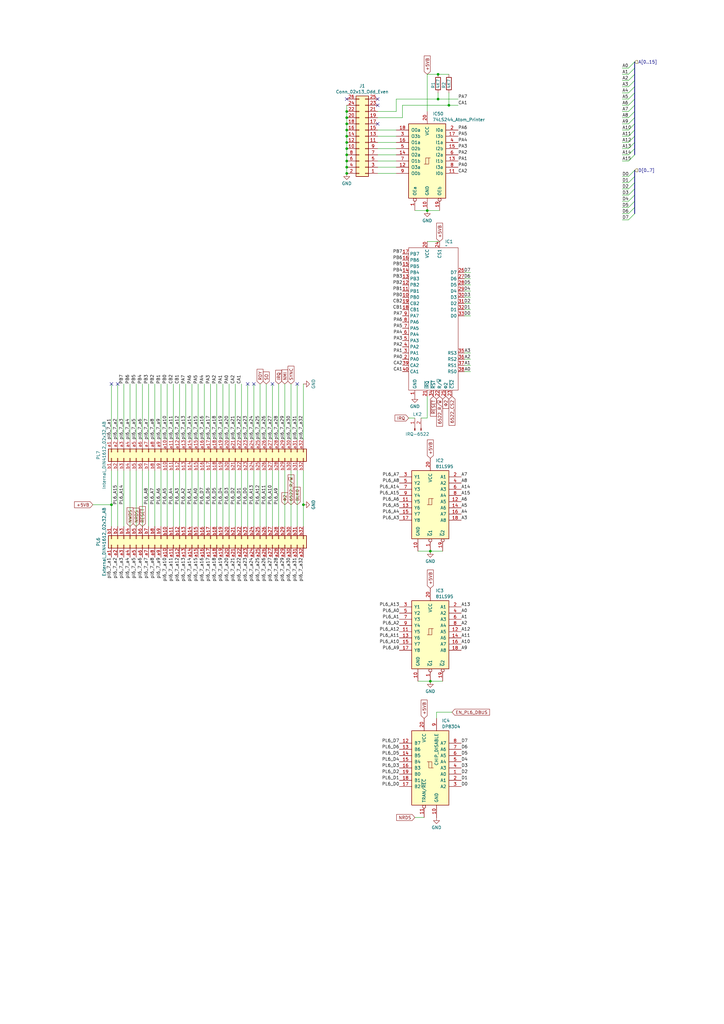
<source format=kicad_sch>
(kicad_sch (version 20231120) (generator "eeschema") (generator_version "8.0")
  (paper "A3" portrait)
  (lib_symbols
    (symbol "Connector:Conn_01x02_Pin" (pin_names (offset 1.016) hide)
      (property "Reference" "J" (at 0 2.54 0))
      (property "Value" "Conn_01x02_Pin" (at 0 -5.08 0))
      (symbol "Conn_01x02_Pin_1_1"
        (pin passive line (at 5.08 0 180) (length 3.81) (name "Pin_1") (number "1"))
        (pin passive line (at 5.08 -2.54 180) (length 3.81) (name "Pin_2") (number "2"))
      )
    )
    (symbol "Connector:DIN41612_02x32_AB" (pin_names (offset 1.016) hide)
      (property "Reference" "J" (at 1.27 40.64 0))
      (property "Value" "DIN41612_02x32_AB" (at 1.27 -43.18 0))
      (symbol "DIN41612_02x32_AB_1_1"
        (pin passive line (at -5.08 38.1 0) (length 3.81) (name "Pin_a1") (number "a1"))
        (pin passive line (at -5.08 15.24 0) (length 3.81) (name "Pin_a10") (number "a10"))
        (pin passive line (at -5.08 12.7 0) (length 3.81) (name "Pin_a11") (number "a11"))
        (pin passive line (at -5.08 10.16 0) (length 3.81) (name "Pin_a12") (number "a12"))
        (pin passive line (at -5.08 7.62 0) (length 3.81) (name "Pin_a13") (number "a13"))
        (pin passive line (at -5.08 5.08 0) (length 3.81) (name "Pin_a14") (number "a14"))
        (pin passive line (at -5.08 2.54 0) (length 3.81) (name "Pin_a15") (number "a15"))
        (pin passive line (at -5.08 0 0) (length 3.81) (name "Pin_a16") (number "a16"))
        (pin passive line (at -5.08 -2.54 0) (length 3.81) (name "Pin_a17") (number "a17"))
        (pin passive line (at -5.08 -5.08 0) (length 3.81) (name "Pin_a18") (number "a18"))
        (pin passive line (at -5.08 -7.62 0) (length 3.81) (name "Pin_a19") (number "a19"))
        (pin passive line (at -5.08 35.56 0) (length 3.81) (name "Pin_a2") (number "a2"))
        (pin passive line (at -5.08 -10.16 0) (length 3.81) (name "Pin_a20") (number "a20"))
        (pin passive line (at -5.08 -12.7 0) (length 3.81) (name "Pin_a21") (number "a21"))
        (pin passive line (at -5.08 -15.24 0) (length 3.81) (name "Pin_a22") (number "a22"))
        (pin passive line (at -5.08 -17.78 0) (length 3.81) (name "Pin_a23") (number "a23"))
        (pin passive line (at -5.08 -20.32 0) (length 3.81) (name "Pin_a24") (number "a24"))
        (pin passive line (at -5.08 -22.86 0) (length 3.81) (name "Pin_a25") (number "a25"))
        (pin passive line (at -5.08 -25.4 0) (length 3.81) (name "Pin_a26") (number "a26"))
        (pin passive line (at -5.08 -27.94 0) (length 3.81) (name "Pin_a27") (number "a27"))
        (pin passive line (at -5.08 -30.48 0) (length 3.81) (name "Pin_a28") (number "a28"))
        (pin passive line (at -5.08 -33.02 0) (length 3.81) (name "Pin_a29") (number "a29"))
        (pin passive line (at -5.08 33.02 0) (length 3.81) (name "Pin_a3") (number "a3"))
        (pin passive line (at -5.08 -35.56 0) (length 3.81) (name "Pin_a30") (number "a30"))
        (pin passive line (at -5.08 -38.1 0) (length 3.81) (name "Pin_a31") (number "a31"))
        (pin passive line (at -5.08 -40.64 0) (length 3.81) (name "Pin_a32") (number "a32"))
        (pin passive line (at -5.08 30.48 0) (length 3.81) (name "Pin_a4") (number "a4"))
        (pin passive line (at -5.08 27.94 0) (length 3.81) (name "Pin_a5") (number "a5"))
        (pin passive line (at -5.08 25.4 0) (length 3.81) (name "Pin_a6") (number "a6"))
        (pin passive line (at -5.08 22.86 0) (length 3.81) (name "Pin_a7") (number "a7"))
        (pin passive line (at -5.08 20.32 0) (length 3.81) (name "Pin_a8") (number "a8"))
        (pin passive line (at -5.08 17.78 0) (length 3.81) (name "Pin_a9") (number "a9"))
        (pin passive line (at 7.62 38.1 180) (length 3.81) (name "Pin_b1") (number "b1"))
        (pin passive line (at 7.62 15.24 180) (length 3.81) (name "Pin_b10") (number "b10"))
        (pin passive line (at 7.62 12.7 180) (length 3.81) (name "Pin_b11") (number "b11"))
        (pin passive line (at 7.62 10.16 180) (length 3.81) (name "Pin_b12") (number "b12"))
        (pin passive line (at 7.62 7.62 180) (length 3.81) (name "Pin_b13") (number "b13"))
        (pin passive line (at 7.62 5.08 180) (length 3.81) (name "Pin_b14") (number "b14"))
        (pin passive line (at 7.62 2.54 180) (length 3.81) (name "Pin_b15") (number "b15"))
        (pin passive line (at 7.62 0 180) (length 3.81) (name "Pin_b16") (number "b16"))
        (pin passive line (at 7.62 -2.54 180) (length 3.81) (name "Pin_b17") (number "b17"))
        (pin passive line (at 7.62 -5.08 180) (length 3.81) (name "Pin_b18") (number "b18"))
        (pin passive line (at 7.62 -7.62 180) (length 3.81) (name "Pin_b19") (number "b19"))
        (pin passive line (at 7.62 35.56 180) (length 3.81) (name "Pin_b2") (number "b2"))
        (pin passive line (at 7.62 -10.16 180) (length 3.81) (name "Pin_b20") (number "b20"))
        (pin passive line (at 7.62 -12.7 180) (length 3.81) (name "Pin_b21") (number "b21"))
        (pin passive line (at 7.62 -15.24 180) (length 3.81) (name "Pin_b22") (number "b22"))
        (pin passive line (at 7.62 -17.78 180) (length 3.81) (name "Pin_b23") (number "b23"))
        (pin passive line (at 7.62 -20.32 180) (length 3.81) (name "Pin_b24") (number "b24"))
        (pin passive line (at 7.62 -22.86 180) (length 3.81) (name "Pin_b25") (number "b25"))
        (pin passive line (at 7.62 -25.4 180) (length 3.81) (name "Pin_b26") (number "b26"))
        (pin passive line (at 7.62 -27.94 180) (length 3.81) (name "Pin_b27") (number "b27"))
        (pin passive line (at 7.62 -30.48 180) (length 3.81) (name "Pin_b28") (number "b28"))
        (pin passive line (at 7.62 -33.02 180) (length 3.81) (name "Pin_b29") (number "b29"))
        (pin passive line (at 7.62 33.02 180) (length 3.81) (name "Pin_b3") (number "b3"))
        (pin passive line (at 7.62 -35.56 180) (length 3.81) (name "Pin_b30") (number "b30"))
        (pin passive line (at 7.62 -38.1 180) (length 3.81) (name "Pin_b31") (number "b31"))
        (pin passive line (at 7.62 -40.64 180) (length 3.81) (name "Pin_b32") (number "b32"))
        (pin passive line (at 7.62 30.48 180) (length 3.81) (name "Pin_b4") (number "b4"))
        (pin passive line (at 7.62 27.94 180) (length 3.81) (name "Pin_b5") (number "b5"))
        (pin passive line (at 7.62 25.4 180) (length 3.81) (name "Pin_b6") (number "b6"))
        (pin passive line (at 7.62 22.86 180) (length 3.81) (name "Pin_b7") (number "b7"))
        (pin passive line (at 7.62 20.32 180) (length 3.81) (name "Pin_b8") (number "b8"))
        (pin passive line (at 7.62 17.78 180) (length 3.81) (name "Pin_b9") (number "b9"))
      )
    )
    (symbol "Connector_Generic:Conn_02x13_Odd_Even" (pin_names (offset 1.016) hide)
      (property "Reference" "J" (at 1.27 17.78 0))
      (property "Value" "Conn_02x13_Odd_Even" (at 1.27 -17.78 0))
      (symbol "Conn_02x13_Odd_Even_1_1"
        (pin passive line (at -5.08 15.24 0) (length 3.81) (name "Pin_1") (number "1"))
        (pin passive line (at 7.62 5.08 180) (length 3.81) (name "Pin_10") (number "10"))
        (pin passive line (at -5.08 2.54 0) (length 3.81) (name "Pin_11") (number "11"))
        (pin passive line (at 7.62 2.54 180) (length 3.81) (name "Pin_12") (number "12"))
        (pin passive line (at -5.08 0 0) (length 3.81) (name "Pin_13") (number "13"))
        (pin passive line (at 7.62 0 180) (length 3.81) (name "Pin_14") (number "14"))
        (pin passive line (at -5.08 -2.54 0) (length 3.81) (name "Pin_15") (number "15"))
        (pin passive line (at 7.62 -2.54 180) (length 3.81) (name "Pin_16") (number "16"))
        (pin passive line (at -5.08 -5.08 0) (length 3.81) (name "Pin_17") (number "17"))
        (pin passive line (at 7.62 -5.08 180) (length 3.81) (name "Pin_18") (number "18"))
        (pin passive line (at -5.08 -7.62 0) (length 3.81) (name "Pin_19") (number "19"))
        (pin passive line (at 7.62 15.24 180) (length 3.81) (name "Pin_2") (number "2"))
        (pin passive line (at 7.62 -7.62 180) (length 3.81) (name "Pin_20") (number "20"))
        (pin passive line (at -5.08 -10.16 0) (length 3.81) (name "Pin_21") (number "21"))
        (pin passive line (at 7.62 -10.16 180) (length 3.81) (name "Pin_22") (number "22"))
        (pin passive line (at -5.08 -12.7 0) (length 3.81) (name "Pin_23") (number "23"))
        (pin passive line (at 7.62 -12.7 180) (length 3.81) (name "Pin_24") (number "24"))
        (pin passive line (at -5.08 -15.24 0) (length 3.81) (name "Pin_25") (number "25"))
        (pin passive line (at 7.62 -15.24 180) (length 3.81) (name "Pin_26") (number "26"))
        (pin passive line (at -5.08 12.7 0) (length 3.81) (name "Pin_3") (number "3"))
        (pin passive line (at 7.62 12.7 180) (length 3.81) (name "Pin_4") (number "4"))
        (pin passive line (at -5.08 10.16 0) (length 3.81) (name "Pin_5") (number "5"))
        (pin passive line (at 7.62 10.16 180) (length 3.81) (name "Pin_6") (number "6"))
        (pin passive line (at -5.08 7.62 0) (length 3.81) (name "Pin_7") (number "7"))
        (pin passive line (at 7.62 7.62 180) (length 3.81) (name "Pin_8") (number "8"))
        (pin passive line (at -5.08 5.08 0) (length 3.81) (name "Pin_9") (number "9"))
      )
    )
    (symbol "Device:R" (pin_numbers hide) (pin_names (offset 0))
      (property "Reference" "R" (at 2.032 0 90))
      (property "Value" "R" (at 0 0 90))
      (symbol "R_1_1"
        (pin passive line (at 0 3.81 270) (length 1.27) (name "~") (number "1"))
        (pin passive line (at 0 -3.81 90) (length 1.27) (name "~") (number "2"))
      )
    )
    (symbol "John Atom Components:6522_Atom"
      (property "Reference" "IC" (at 0 0 0))
      (symbol "6522_Atom_1_1"
        (pin power_in line (at -7.62 -35.56 90) (length 2.54) (name "GND") (number "1"))
        (pin bidirectional line (at -12.7 5.08 0) (length 2.54) (name "PB0") (number "10"))
        (pin bidirectional line (at -12.7 7.62 0) (length 2.54) (name "PB1") (number "11"))
        (pin bidirectional line (at -12.7 10.16 0) (length 2.54) (name "PB2") (number "12"))
        (pin bidirectional line (at -12.7 12.7 0) (length 2.54) (name "PB3") (number "13"))
        (pin bidirectional line (at -12.7 15.24 0) (length 2.54) (name "PB4") (number "14"))
        (pin bidirectional line (at -12.7 17.78 0) (length 2.54) (name "PB5") (number "15"))
        (pin bidirectional line (at -12.7 20.32 0) (length 2.54) (name "PB6") (number "16"))
        (pin bidirectional line (at -12.7 22.86 0) (length 2.54) (name "PB7") (number "17"))
        (pin bidirectional line (at -12.7 0 0) (length 2.54) (name "CB1") (number "18"))
        (pin bidirectional line (at -12.7 2.54 0) (length 2.54) (name "CB2") (number "19"))
        (pin bidirectional line (at -12.7 -20.32 0) (length 2.54) (name "PA0") (number "2"))
        (pin power_in line (at -2.54 27.94 270) (length 2.54) (name "VCC") (number "20"))
        (pin input line (at -2.54 -35.56 90) (length 2.54) (name "~{IRQ}") (number "21"))
        (pin input line (at 2.54 -35.56 90) (length 2.54) (name "R/~{W}") (number "22"))
        (pin input line (at 7.62 -35.56 90) (length 2.54) (name "~{CS2}") (number "23"))
        (pin power_in line (at 2.54 27.94 270) (length 2.54) (name "CS1") (number "24"))
        (pin input line (at 5.08 -35.56 90) (length 2.54) (name "Φ2") (number "25"))
        (pin bidirectional line (at 12.7 15.24 180) (length 2.54) (name "D7") (number "26"))
        (pin bidirectional line (at 12.7 12.7 180) (length 2.54) (name "D6") (number "27"))
        (pin bidirectional line (at 12.7 10.16 180) (length 2.54) (name "D5") (number "28"))
        (pin bidirectional line (at 12.7 7.62 180) (length 2.54) (name "D4") (number "29"))
        (pin bidirectional line (at -12.7 -17.78 0) (length 2.54) (name "PA1") (number "3"))
        (pin bidirectional line (at 12.7 5.08 180) (length 2.54) (name "D3") (number "30"))
        (pin bidirectional line (at 12.7 2.54 180) (length 2.54) (name "D2") (number "31"))
        (pin bidirectional line (at 12.7 0 180) (length 2.54) (name "D1") (number "32"))
        (pin bidirectional line (at 12.7 -2.54 180) (length 2.54) (name "D0") (number "33"))
        (pin input line (at 0 -35.56 90) (length 2.54) (name "~{RST}") (number "34"))
        (pin input line (at 12.7 -17.78 180) (length 2.54) (name "RS3") (number "35"))
        (pin input line (at 12.7 -20.32 180) (length 2.54) (name "RS2") (number "36"))
        (pin input line (at 12.7 -22.86 180) (length 2.54) (name "RS1") (number "37"))
        (pin input line (at 12.7 -25.4 180) (length 2.54) (name "RS0") (number "38"))
        (pin bidirectional line (at -12.7 -22.86 0) (length 2.54) (name "CA2") (number "39"))
        (pin bidirectional line (at -12.7 -15.24 0) (length 2.54) (name "PA2") (number "4"))
        (pin bidirectional line (at -12.7 -25.4 0) (length 2.54) (name "CA1") (number "40"))
        (pin bidirectional line (at -12.7 -12.7 0) (length 2.54) (name "PA3") (number "5"))
        (pin bidirectional line (at -12.7 -10.16 0) (length 2.54) (name "PA4") (number "6"))
        (pin bidirectional line (at -12.7 -7.62 0) (length 2.54) (name "PA5") (number "7"))
        (pin bidirectional line (at -12.7 -5.08 0) (length 2.54) (name "PA6") (number "8"))
        (pin bidirectional line (at -12.7 -2.54 0) (length 2.54) (name "PA7") (number "9"))
      )
    )
    (symbol "John Atom Components:74LS244_Atom_Printer" (pin_names (offset 1.016))
      (property "Reference" "IC" (at 0 5.08 0))
      (property "Value" "74LS244_Atom_Printer" (at 0 -7.62 0))
      (symbol "74LS244_Atom_Printer_1_0"
        (pin input inverted (at -5.08 -20.32 90) (length 5.08) (name "OEa") (number "1"))
        (pin power_in line (at 0 -20.32 90) (length 5.08) (name "GND") (number "10"))
        (pin input line (at 12.7 -5.08 180) (length 5.08) (name "I0b") (number "11"))
        (pin tri_state line (at -12.7 -2.54 0) (length 5.08) (name "O3a") (number "12"))
        (pin input line (at 12.7 0 180) (length 5.08) (name "I1b") (number "13"))
        (pin tri_state line (at -12.7 2.54 0) (length 5.08) (name "O2a") (number "14"))
        (pin input line (at 12.7 5.08 180) (length 5.08) (name "I2b") (number "15"))
        (pin tri_state line (at -12.7 7.62 0) (length 5.08) (name "O1a") (number "16"))
        (pin input line (at 12.7 10.16 180) (length 5.08) (name "I3b") (number "17"))
        (pin tri_state line (at -12.7 12.7 0) (length 5.08) (name "O0a") (number "18"))
        (pin input inverted (at 5.08 -20.32 90) (length 5.08) (name "OEb") (number "19"))
        (pin input line (at 12.7 12.7 180) (length 5.08) (name "I0a") (number "2"))
        (pin power_in line (at 0 20.32 270) (length 5.08) (name "VCC") (number "20"))
        (pin tri_state line (at -12.7 10.16 0) (length 5.08) (name "O3b") (number "3"))
        (pin input line (at 12.7 7.62 180) (length 5.08) (name "I1a") (number "4"))
        (pin tri_state line (at -12.7 5.08 0) (length 5.08) (name "O2b") (number "5"))
        (pin input line (at 12.7 2.54 180) (length 5.08) (name "I2a") (number "6"))
        (pin tri_state line (at -12.7 0 0) (length 5.08) (name "O1b") (number "7"))
        (pin input line (at 12.7 -2.54 180) (length 5.08) (name "I3a") (number "8"))
        (pin tri_state line (at -12.7 -5.08 0) (length 5.08) (name "O0b") (number "9"))
      )
    )
    (symbol "John Atom Components:81LS95_Ports" (pin_names (offset 1.016))
      (property "Reference" "U" (at -25.4 39.37 0))
      (property "Value" "81LS95" (at 0 -3.81 0))
      (symbol "81LS95_Ports_1_0"
        (pin input inverted (at 0 -20.32 90) (length 5.08) (name "~{G}1") (number "1"))
        (pin power_in line (at -5.08 -20.32 90) (length 5.08) (name "GND") (number "10"))
        (pin tri_state line (at -12.7 0 0) (length 5.08) (name "Y5") (number "11"))
        (pin input line (at 12.7 0 180) (length 5.08) (name "A5") (number "12"))
        (pin tri_state line (at -12.7 -2.54 0) (length 5.08) (name "Y6") (number "13"))
        (pin input line (at 12.7 -2.54 180) (length 5.08) (name "A6") (number "14"))
        (pin tri_state line (at -12.7 -5.08 0) (length 5.08) (name "Y7") (number "15"))
        (pin input line (at 12.7 -5.08 180) (length 5.08) (name "A7") (number "16"))
        (pin tri_state line (at -12.7 -7.62 0) (length 5.08) (name "Y8") (number "17"))
        (pin input line (at 12.7 -7.62 180) (length 5.08) (name "A8") (number "18"))
        (pin input inverted (at 5.08 -20.32 90) (length 5.08) (name "~{G}2") (number "19"))
        (pin input line (at 12.7 10.16 180) (length 5.08) (name "A1") (number "2"))
        (pin power_in line (at 0 17.78 270) (length 5.08) (name "VCC") (number "20"))
        (pin tri_state line (at -12.7 10.16 0) (length 5.08) (name "Y1") (number "3"))
        (pin input line (at 12.7 7.62 180) (length 5.08) (name "A2") (number "4"))
        (pin tri_state line (at -12.7 7.62 0) (length 5.08) (name "Y2") (number "5"))
        (pin input line (at 12.7 5.08 180) (length 5.08) (name "A3") (number "6"))
        (pin tri_state line (at -12.7 5.08 0) (length 5.08) (name "Y3") (number "7"))
        (pin input line (at 12.7 2.54 180) (length 5.08) (name "A4") (number "8"))
        (pin tri_state line (at -12.7 2.54 0) (length 5.08) (name "Y4") (number "9"))
      )
    )
    (symbol "John Atom Components:DP8304_(Ports)" (pin_names (offset 1.016))
      (property "Reference" "IC" (at -2.54 5.08 0))
      (property "Value" "DP8304" (at 0 -2.54 0))
      (symbol "DP8304_(Ports)_1_0"
        (pin tri_state line (at 12.7 -2.54 180) (length 5.08) (name "A0") (number "1"))
        (pin power_in line (at 2.54 -20.32 90) (length 5.08) (name "GND") (number "10"))
        (pin input inverted (at -2.54 -20.32 90) (length 5.08) (name "TRAN/~{REC}") (number "11"))
        (pin tri_state line (at -12.7 10.16 0) (length 5.08) (name "B7") (number "12"))
        (pin tri_state line (at -12.7 7.62 0) (length 5.08) (name "B6") (number "13"))
        (pin tri_state line (at -12.7 5.08 0) (length 5.08) (name "B5") (number "14"))
        (pin tri_state line (at -12.7 2.54 0) (length 5.08) (name "B4") (number "15"))
        (pin tri_state line (at -12.7 0 0) (length 5.08) (name "B3") (number "16"))
        (pin tri_state line (at -12.7 -7.62 0) (length 5.08) (name "B2") (number "17"))
        (pin tri_state line (at -12.7 -5.08 0) (length 5.08) (name "B1") (number "18"))
        (pin tri_state line (at -12.7 -2.54 0) (length 5.08) (name "B0") (number "19"))
        (pin tri_state line (at 12.7 -5.08 180) (length 5.08) (name "A1") (number "2"))
        (pin power_in line (at -2.54 20.32 270) (length 5.08) (name "VCC") (number "20"))
        (pin tri_state line (at 12.7 -7.62 180) (length 5.08) (name "A2") (number "3"))
        (pin tri_state line (at 12.7 0 180) (length 5.08) (name "A3") (number "4"))
        (pin tri_state line (at 12.7 2.54 180) (length 5.08) (name "A4") (number "5"))
        (pin tri_state line (at 12.7 5.08 180) (length 5.08) (name "A5") (number "6"))
        (pin tri_state line (at 12.7 7.62 180) (length 5.08) (name "A6") (number "7"))
        (pin tri_state line (at 12.7 10.16 180) (length 5.08) (name "A7") (number "8"))
        (pin input line (at 2.54 20.32 270) (length 5.08) (name "CHIP_DISABLE") (number "9"))
      )
    )
    (symbol "power:GND" (power) (pin_numbers hide) (pin_names (offset 0) hide)
      (property "Value" "GND" (at 0 -3.81 0))
      (symbol "GND_1_1"
        (pin power_in line (at 0 0 270) (length 0) (name "~") (number "1"))
      )
    )
  )
  (junction (at 142.24 55.88))
  (junction (at 142.24 48.26))
  (junction (at 142.24 71.12))
  (junction (at 179.705 30.48))
  (junction (at 142.24 53.34))
  (junction (at 142.24 45.72))
  (junction (at 184.15 43.18))
  (junction (at 142.24 63.5))
  (junction (at 179.705 40.64))
  (junction (at 175.26 86.36))
  (junction (at 142.24 68.58))
  (junction (at 176.53 226.06))
  (junction (at 176.53 279.4))
  (junction (at 142.24 58.42))
  (junction (at 142.24 50.8))
  (junction (at 142.24 60.96))
  (junction (at 142.24 66.04))
  (junction (at 124.46 207.01))
  (junction (at 45.72 207.01))
  (no_connect (at 48.26 157.48))
  (no_connect (at 111.76 157.48))
  (no_connect (at 154.94 40.64))
  (no_connect (at 104.14 157.48))
  (no_connect (at 121.92 157.48))
  (no_connect (at 45.72 157.48))
  (no_connect (at 142.24 40.64))
  (no_connect (at 101.6 157.48))
  (no_connect (at 154.94 50.8))
  (no_connect (at 154.94 43.18))
  (bus_entry (at 260.35 60.96) (size -2.54 2.54))
  (bus_entry (at 260.35 48.26) (size -2.54 2.54))
  (bus_entry (at 260.35 77.47) (size -2.54 2.54))
  (bus_entry (at 260.35 82.55) (size -2.54 2.54))
  (bus_entry (at 260.35 45.72) (size -2.54 2.54))
  (bus_entry (at 260.35 27.94) (size -2.54 2.54))
  (bus_entry (at 260.35 50.8) (size -2.54 2.54))
  (bus_entry (at 260.35 69.85) (size -2.54 2.54))
  (bus_entry (at 260.35 72.39) (size -2.54 2.54))
  (bus_entry (at 260.35 85.09) (size -2.54 2.54))
  (bus_entry (at 260.35 55.88) (size -2.54 2.54))
  (bus_entry (at 260.35 53.34) (size -2.54 2.54))
  (bus_entry (at 260.35 80.01) (size -2.54 2.54))
  (bus_entry (at 260.35 25.4) (size -2.54 2.54))
  (bus_entry (at 260.35 30.48) (size -2.54 2.54))
  (bus_entry (at 260.35 63.5) (size -2.54 2.54))
  (bus_entry (at 260.35 43.18) (size -2.54 2.54))
  (bus_entry (at 260.35 38.1) (size -2.54 2.54))
  (bus_entry (at 260.35 40.64) (size -2.54 2.54))
  (bus_entry (at 260.35 87.63) (size -2.54 2.54))
  (bus_entry (at 260.35 58.42) (size -2.54 2.54))
  (bus_entry (at 260.35 74.93) (size -2.54 2.54))
  (bus_entry (at 260.35 35.56) (size -2.54 2.54))
  (bus_entry (at 260.35 33.02) (size -2.54 2.54))
  (wire (pts (xy 93.98 180.34) (xy 93.98 157.48)))
  (wire (pts (xy 73.66 215.9) (xy 73.66 193.04)))
  (wire (pts (xy 124.46 180.34) (xy 124.46 157.48)))
  (wire (pts (xy 154.94 63.5) (xy 162.56 63.5)))
  (wire (pts (xy 121.92 215.9) (xy 121.92 193.04)))
  (wire (pts (xy 171.45 279.4) (xy 176.53 279.4)))
  (wire (pts (xy 179.705 30.48) (xy 184.15 30.48)))
  (wire (pts (xy 142.24 48.26) (xy 142.24 50.8)))
  (wire (pts (xy 63.5 180.34) (xy 63.5 157.48)))
  (wire (pts (xy 124.46 215.9) (xy 124.46 207.01)))
  (wire (pts (xy 142.24 45.72) (xy 142.24 48.26)))
  (wire (pts (xy 93.98 215.9) (xy 93.98 193.04)))
  (wire (pts (xy 257.81 90.17) (xy 255.27 90.17)))
  (wire (pts (xy 190.5 149.86) (xy 193.04 149.86)))
  (wire (pts (xy 154.94 58.42) (xy 162.56 58.42)))
  (wire (pts (xy 71.12 180.34) (xy 71.12 157.48)))
  (bus (pts (xy 260.35 43.18) (xy 260.35 40.64)))
  (wire (pts (xy 172.72 171.45) (xy 175.26 171.45)))
  (wire (pts (xy 190.5 127) (xy 193.04 127)))
  (wire (pts (xy 257.81 45.72) (xy 255.27 45.72)))
  (wire (pts (xy 179.07 292.1) (xy 185.42 292.1)))
  (wire (pts (xy 257.81 43.18) (xy 255.27 43.18)))
  (wire (pts (xy 91.44 215.9) (xy 91.44 193.04)))
  (wire (pts (xy 179.705 40.64) (xy 187.96 40.64)))
  (wire (pts (xy 165.1 48.26) (xy 165.1 43.18)))
  (wire (pts (xy 257.81 35.56) (xy 255.27 35.56)))
  (wire (pts (xy 142.24 50.8) (xy 142.24 53.34)))
  (wire (pts (xy 66.04 180.34) (xy 66.04 157.48)))
  (bus (pts (xy 260.35 30.48) (xy 260.35 27.94)))
  (wire (pts (xy 60.96 180.34) (xy 60.96 157.48)))
  (wire (pts (xy 114.3 180.34) (xy 114.3 157.48)))
  (wire (pts (xy 154.94 66.04) (xy 162.56 66.04)))
  (wire (pts (xy 257.81 38.1) (xy 255.27 38.1)))
  (wire (pts (xy 88.9 215.9) (xy 88.9 193.04)))
  (wire (pts (xy 121.92 180.34) (xy 121.92 157.48)))
  (wire (pts (xy 101.6 180.34) (xy 101.6 157.48)))
  (wire (pts (xy 154.94 55.88) (xy 162.56 55.88)))
  (wire (pts (xy 257.81 58.42) (xy 255.27 58.42)))
  (bus (pts (xy 260.35 45.72) (xy 260.35 43.18)))
  (wire (pts (xy 190.5 124.46) (xy 193.04 124.46)))
  (wire (pts (xy 114.3 215.9) (xy 114.3 193.04)))
  (wire (pts (xy 142.24 66.04) (xy 142.24 68.58)))
  (wire (pts (xy 184.15 43.18) (xy 187.96 43.18)))
  (wire (pts (xy 106.68 180.34) (xy 106.68 157.48)))
  (wire (pts (xy 111.76 180.34) (xy 111.76 157.48)))
  (wire (pts (xy 257.81 82.55) (xy 255.27 82.55)))
  (wire (pts (xy 78.74 180.34) (xy 78.74 157.48)))
  (wire (pts (xy 190.5 114.3) (xy 193.04 114.3)))
  (wire (pts (xy 179.705 30.48) (xy 175.26 30.48)))
  (wire (pts (xy 154.94 45.72) (xy 162.56 45.72)))
  (wire (pts (xy 101.6 215.9) (xy 101.6 193.04)))
  (bus (pts (xy 260.35 85.09) (xy 260.35 82.55)))
  (wire (pts (xy 81.28 215.9) (xy 81.28 193.04)))
  (wire (pts (xy 119.38 215.9) (xy 119.38 193.04)))
  (wire (pts (xy 154.94 68.58) (xy 162.56 68.58)))
  (wire (pts (xy 78.74 215.9) (xy 78.74 193.04)))
  (wire (pts (xy 38.1 207.01) (xy 45.72 207.01)))
  (wire (pts (xy 83.82 215.9) (xy 83.82 193.04)))
  (wire (pts (xy 190.5 121.92) (xy 193.04 121.92)))
  (bus (pts (xy 260.35 35.56) (xy 260.35 33.02)))
  (wire (pts (xy 50.8 180.34) (xy 50.8 157.48)))
  (bus (pts (xy 260.35 38.1) (xy 260.35 35.56)))
  (bus (pts (xy 260.35 33.02) (xy 260.35 30.48)))
  (wire (pts (xy 119.38 180.34) (xy 119.38 157.48)))
  (wire (pts (xy 142.24 63.5) (xy 142.24 66.04)))
  (bus (pts (xy 260.35 53.34) (xy 260.35 50.8)))
  (bus (pts (xy 260.35 74.93) (xy 260.35 72.39)))
  (wire (pts (xy 45.72 207.01) (xy 45.72 193.04)))
  (bus (pts (xy 260.35 87.63) (xy 260.35 85.09)))
  (bus (pts (xy 260.35 50.8) (xy 260.35 48.26)))
  (wire (pts (xy 257.81 50.8) (xy 255.27 50.8)))
  (wire (pts (xy 106.68 215.9) (xy 106.68 193.04)))
  (wire (pts (xy 81.28 180.34) (xy 81.28 157.48)))
  (wire (pts (xy 86.36 215.9) (xy 86.36 193.04)))
  (wire (pts (xy 142.24 68.58) (xy 142.24 71.12)))
  (wire (pts (xy 48.26 215.9) (xy 48.26 193.04)))
  (wire (pts (xy 257.81 48.26) (xy 255.27 48.26)))
  (wire (pts (xy 176.53 279.4) (xy 181.61 279.4)))
  (wire (pts (xy 171.45 226.06) (xy 176.53 226.06)))
  (wire (pts (xy 55.88 215.9) (xy 55.88 193.04)))
  (wire (pts (xy 257.81 55.88) (xy 255.27 55.88)))
  (wire (pts (xy 86.36 180.34) (xy 86.36 157.48)))
  (wire (pts (xy 154.94 60.96) (xy 162.56 60.96)))
  (wire (pts (xy 176.53 226.06) (xy 181.61 226.06)))
  (bus (pts (xy 260.35 72.39) (xy 260.35 69.85)))
  (wire (pts (xy 109.22 180.34) (xy 109.22 157.48)))
  (wire (pts (xy 257.81 63.5) (xy 255.27 63.5)))
  (wire (pts (xy 111.76 215.9) (xy 111.76 193.04)))
  (wire (pts (xy 142.24 53.34) (xy 142.24 55.88)))
  (wire (pts (xy 154.94 48.26) (xy 165.1 48.26)))
  (wire (pts (xy 154.94 53.34) (xy 162.56 53.34)))
  (wire (pts (xy 190.5 152.4) (xy 193.04 152.4)))
  (wire (pts (xy 66.04 215.9) (xy 66.04 193.04)))
  (bus (pts (xy 260.35 27.94) (xy 260.35 25.4)))
  (wire (pts (xy 96.52 215.9) (xy 96.52 193.04)))
  (bus (pts (xy 260.35 40.64) (xy 260.35 38.1)))
  (wire (pts (xy 142.24 60.96) (xy 142.24 63.5)))
  (wire (pts (xy 257.81 33.02) (xy 255.27 33.02)))
  (wire (pts (xy 116.84 180.34) (xy 116.84 157.48)))
  (wire (pts (xy 184.15 38.1) (xy 184.15 43.18)))
  (wire (pts (xy 257.81 77.47) (xy 255.27 77.47)))
  (wire (pts (xy 116.84 215.9) (xy 116.84 193.04)))
  (wire (pts (xy 76.2 215.9) (xy 76.2 193.04)))
  (bus (pts (xy 260.35 77.47) (xy 260.35 74.93)))
  (wire (pts (xy 257.81 40.64) (xy 255.27 40.64)))
  (bus (pts (xy 260.35 60.96) (xy 260.35 58.42)))
  (wire (pts (xy 165.1 43.18) (xy 184.15 43.18)))
  (wire (pts (xy 63.5 215.9) (xy 63.5 193.04)))
  (wire (pts (xy 179.705 38.1) (xy 179.705 40.64)))
  (wire (pts (xy 104.14 180.34) (xy 104.14 157.48)))
  (wire (pts (xy 60.96 215.9) (xy 60.96 193.04)))
  (wire (pts (xy 50.8 215.9) (xy 50.8 193.04)))
  (wire (pts (xy 190.5 147.32) (xy 193.04 147.32)))
  (wire (pts (xy 190.5 119.38) (xy 193.04 119.38)))
  (wire (pts (xy 142.24 43.18) (xy 142.24 45.72)))
  (wire (pts (xy 48.26 180.34) (xy 48.26 157.48)))
  (wire (pts (xy 142.24 58.42) (xy 142.24 60.96)))
  (wire (pts (xy 179.07 294.64) (xy 179.07 292.1)))
  (wire (pts (xy 170.18 86.36) (xy 175.26 86.36)))
  (wire (pts (xy 45.72 180.34) (xy 45.72 157.48)))
  (bus (pts (xy 260.35 82.55) (xy 260.35 80.01)))
  (wire (pts (xy 257.81 53.34) (xy 255.27 53.34)))
  (bus (pts (xy 260.35 80.01) (xy 260.35 77.47)))
  (wire (pts (xy 257.81 66.04) (xy 255.27 66.04)))
  (wire (pts (xy 257.81 80.01) (xy 255.27 80.01)))
  (wire (pts (xy 53.34 215.9) (xy 53.34 193.04)))
  (wire (pts (xy 73.66 180.34) (xy 73.66 157.48)))
  (wire (pts (xy 109.22 215.9) (xy 109.22 193.04)))
  (wire (pts (xy 257.81 27.94) (xy 255.27 27.94)))
  (wire (pts (xy 175.26 30.48) (xy 175.26 45.72)))
  (wire (pts (xy 257.81 30.48) (xy 255.27 30.48)))
  (wire (pts (xy 55.88 180.34) (xy 55.88 157.48)))
  (bus (pts (xy 260.35 58.42) (xy 260.35 55.88)))
  (wire (pts (xy 99.06 215.9) (xy 99.06 193.04)))
  (wire (pts (xy 175.26 99.06) (xy 180.34 99.06)))
  (wire (pts (xy 83.82 180.34) (xy 83.82 157.48)))
  (wire (pts (xy 58.42 215.9) (xy 58.42 193.04)))
  (wire (pts (xy 154.94 71.12) (xy 162.56 71.12)))
  (wire (pts (xy 88.9 180.34) (xy 88.9 157.48)))
  (wire (pts (xy 190.5 116.84) (xy 193.04 116.84)))
  (wire (pts (xy 167.64 171.45) (xy 170.18 171.45)))
  (wire (pts (xy 257.81 72.39) (xy 255.27 72.39)))
  (wire (pts (xy 68.58 215.9) (xy 68.58 193.04)))
  (wire (pts (xy 257.81 60.96) (xy 255.27 60.96)))
  (wire (pts (xy 175.26 171.45) (xy 175.26 162.56)))
  (wire (pts (xy 68.58 180.34) (xy 68.58 157.48)))
  (wire (pts (xy 190.5 129.54) (xy 193.04 129.54)))
  (wire (pts (xy 71.12 215.9) (xy 71.12 193.04)))
  (wire (pts (xy 91.44 180.34) (xy 91.44 157.48)))
  (wire (pts (xy 99.06 180.34) (xy 99.06 157.48)))
  (wire (pts (xy 257.81 85.09) (xy 255.27 85.09)))
  (wire (pts (xy 175.26 86.36) (xy 180.34 86.36)))
  (bus (pts (xy 260.35 63.5) (xy 260.35 60.96)))
  (wire (pts (xy 190.5 111.76) (xy 193.04 111.76)))
  (wire (pts (xy 142.24 55.88) (xy 142.24 58.42)))
  (wire (pts (xy 96.52 180.34) (xy 96.52 157.48)))
  (wire (pts (xy 104.14 215.9) (xy 104.14 193.04)))
  (wire (pts (xy 45.72 215.9) (xy 45.72 207.01)))
  (wire (pts (xy 257.81 74.93) (xy 255.27 74.93)))
  (wire (pts (xy 124.46 207.01) (xy 124.46 193.04)))
  (wire (pts (xy 162.56 40.64) (xy 179.705 40.64)))
  (wire (pts (xy 53.34 180.34) (xy 53.34 157.48)))
  (bus (pts (xy 260.35 55.88) (xy 260.35 53.34)))
  (wire (pts (xy 76.2 180.34) (xy 76.2 157.48)))
  (wire (pts (xy 257.81 87.63) (xy 255.27 87.63)))
  (wire (pts (xy 162.56 45.72) (xy 162.56 40.64)))
  (wire (pts (xy 58.42 180.34) (xy 58.42 157.48)))
  (bus (pts (xy 260.35 48.26) (xy 260.35 45.72)))
  (wire (pts (xy 190.5 144.78) (xy 193.04 144.78)))
  (wire (pts (xy 170.18 335.28) (xy 173.99 335.28)))
  (label "PB2" (at 63.5 157.48 90))
  (label "A2" (at 189.23 256.54 0))
  (label "A1" (at 189.23 254 0))
  (label "pl6_7_a27" (at 111.76 180.34 90))
  (label "PA7" (at 187.96 40.64 0))
  (label "pl6_7_a32" (at 124.46 228.6 270))
  (label "pl6_7_a13" (at 76.2 228.6 270))
  (label "PB6" (at 53.34 157.48 90))
  (label "PA4" (at 165.1 137.16 180))
  (label "A3" (at 189.23 213.36 0))
  (label "CA1" (at 99.06 157.48 90))
  (label "A14" (at 255.27 63.5 0))
  (label "pl6_7_a14" (at 78.74 228.6 270))
  (label "PB0" (at 165.1 121.92 180))
  (label "PL6_A14" (at 163.83 200.66 180))
  (label "pl6_7_a16" (at 83.82 228.6 270))
  (label "PB3" (at 60.96 157.48 90))
  (label "PA2" (at 88.9 157.48 90))
  (label "A3" (at 193.04 144.78 180))
  (label "PL6_D3" (at 93.98 207.01 90))
  (label "A13" (at 255.27 60.96 0))
  (label "pl6_7_a20" (at 93.98 228.6 270))
  (label "PL6_A4" (at 163.83 210.82 180))
  (label "PL6_D5" (at 163.83 309.88 180))
  (label "pl6_7_a24" (at 104.14 228.6 270))
  (label "pl6_7_a17" (at 86.36 180.34 90))
  (label "pl6_7_a26" (at 109.22 228.6 270))
  (label "pl6_7_a4" (at 53.34 228.6 270))
  (label "PL6_D6" (at 86.36 207.01 90))
  (label "PL6_A8" (at 60.96 207.01 90))
  (label "PA6" (at 78.74 157.48 90))
  (label "PB6" (at 165.1 106.68 180))
  (label "A12" (at 189.23 259.08 0))
  (label "A11" (at 255.27 55.88 0))
  (label "PB1" (at 165.1 119.38 180))
  (label "A7" (at 255.27 45.72 0))
  (label "A9" (at 189.23 266.7 0))
  (label "pl6_7_a5" (at 55.88 228.6 270))
  (label "PL6_A8" (at 163.83 198.12 180))
  (label "pl6_7_a22" (at 99.06 180.34 90))
  (label "pl6_7_a1" (at 45.72 228.6 270))
  (label "A11" (at 189.23 261.62 0))
  (label "D0" (at 255.27 72.39 0))
  (label "D6" (at 193.04 114.3 180))
  (label "PL6_A9" (at 163.83 266.7 180))
  (label "A0" (at 193.04 152.4 180))
  (label "D0" (at 189.23 322.58 0))
  (label "D2" (at 255.27 77.47 0))
  (label "pl6_7_a10" (at 68.58 180.34 90))
  (label "PA3" (at 187.96 60.96 0))
  (label "pl6_7_a18" (at 88.9 180.34 90))
  (label "PL6_A10" (at 111.76 207.01 90))
  (label "D1" (at 189.23 320.04 0))
  (label "CA2" (at 187.96 71.12 0))
  (label "PL6_D1" (at 99.06 207.01 90))
  (label "PB1" (at 66.04 157.48 90))
  (label "PL6_A5" (at 68.58 207.01 90))
  (label "PL6_A3" (at 163.83 213.36 180))
  (label "PL6_D2" (at 96.52 207.01 90))
  (label "D6" (at 255.27 87.63 0))
  (label "PB7" (at 50.8 157.48 90))
  (label "pl6_7_a29" (at 116.84 228.6 270))
  (label "pl6_7_a31" (at 121.92 228.6 270))
  (label "pl6_7_a26" (at 109.22 180.34 90))
  (label "D6" (at 189.23 307.34 0))
  (label "D5" (at 189.23 309.88 0))
  (label "PL6_A12" (at 106.68 207.01 90))
  (label "PB4" (at 58.42 157.48 90))
  (label "pl6_7_a15" (at 81.28 228.6 270))
  (label "pl6_7_a3" (at 50.8 180.34 90))
  (label "A10" (at 255.27 53.34 0))
  (label "PA4" (at 83.82 157.48 90))
  (label "pl6_7_a23" (at 101.6 228.6 270))
  (label "CA2" (at 96.52 157.48 90))
  (label "A8" (at 189.23 198.12 0))
  (label "D4" (at 255.27 82.55 0))
  (label "pl6_7_a12" (at 73.66 228.6 270))
  (label "PL6_D7" (at 163.83 304.8 180))
  (label "PA0" (at 93.98 157.48 90))
  (label "A5" (at 255.27 40.64 0))
  (label "pl6_7_a4" (at 53.34 180.34 90))
  (label "A3" (at 255.27 35.56 0))
  (label "D3" (at 193.04 121.92 180))
  (label "A15" (at 255.27 66.04 0))
  (label "PL6_A9" (at 114.3 207.01 90))
  (label "A9" (at 255.27 50.8 0))
  (label "PL6_A12" (at 163.83 259.08 180))
  (label "pl6_7_a14" (at 78.74 180.34 90))
  (label "pl6_7_a24" (at 104.14 180.34 90))
  (label "PL6_D1" (at 163.83 320.04 180))
  (label "pl6_7_a8" (at 63.5 180.34 90))
  (label "CA1" (at 165.1 152.4 180))
  (label "PL6_A0" (at 81.28 207.01 90))
  (label "A1" (at 193.04 149.86 180))
  (label "pl6_7_a1" (at 45.72 180.34 90))
  (label "pl6_7_a31" (at 121.92 180.34 90))
  (label "A0" (at 189.23 251.46 0))
  (label "PA1" (at 91.44 157.48 90))
  (label "PL6_D4" (at 91.44 207.01 90))
  (label "PL6_A0" (at 163.83 251.46 180))
  (label "PA7" (at 165.1 129.54 180))
  (label "PA0" (at 165.1 147.32 180))
  (label "pl6_7_a23" (at 101.6 180.34 90))
  (label "PL6_A14" (at 50.8 207.01 90))
  (label "PL6_D6" (at 163.83 307.34 180))
  (label "CB2" (at 71.12 157.48 90))
  (label "PL6_A6" (at 163.83 205.74 180))
  (label "A7" (at 189.23 195.58 0))
  (label "PL6_D0" (at 101.6 207.01 90))
  (label "pl6_7_a19" (at 91.44 180.34 90))
  (label "A1" (at 255.27 30.48 0))
  (label "pl6_7_a25" (at 106.68 180.34 90))
  (label "PL6_A7" (at 63.5 207.01 90))
  (label "pl6_7_a21" (at 96.52 180.34 90))
  (label "PA5" (at 187.96 55.88 0))
  (label "D7" (at 189.23 304.8 0))
  (label "CB1" (at 165.1 127 180))
  (label "pl6_7_a9" (at 66.04 228.6 270))
  (label "pl6_7_a21" (at 96.52 228.6 270))
  (label "pl6_7_a6" (at 58.42 180.34 90))
  (label "PL6_D4" (at 163.83 312.42 180))
  (label "pl6_7_a18" (at 88.9 228.6 270))
  (label "pl6_7_a30" (at 119.38 180.34 90))
  (label "PL6_A7" (at 163.83 195.58 180))
  (label "PL6_A15" (at 48.26 207.01 90))
  (label "CA2" (at 165.1 149.86 180))
  (label "PA5" (at 81.28 157.48 90))
  (label "D4" (at 193.04 119.38 180))
  (label "PL6_A13" (at 104.14 207.01 90))
  (label "A2" (at 255.27 33.02 0))
  (label "pl6_7_a15" (at 81.28 180.34 90))
  (label "pl6_7_a2" (at 48.26 180.34 90))
  (label "pl6_7_a10" (at 68.58 228.6 270))
  (label "pl6_7_a11" (at 71.12 228.6 270))
  (label "PL6_A4" (at 71.12 207.01 90))
  (label "D3" (at 255.27 80.01 0))
  (label "pl6_7_a22" (at 99.06 228.6 270))
  (label "PA4" (at 187.96 58.42 0))
  (label "PL6_A1" (at 78.74 207.01 90))
  (label "PL6_D3" (at 163.83 314.96 180))
  (label "pl6_7_a7" (at 60.96 228.6 270))
  (label "pl6_7_a29" (at 116.84 180.34 90))
  (label "D2" (at 189.23 317.5 0))
  (label "pl6_7_a13" (at 76.2 180.34 90))
  (label "PL6_D5" (at 88.9 207.01 90))
  (label "A8" (at 255.27 48.26 0))
  (label "PL6_D7" (at 83.82 207.01 90))
  (label "pl6_7_a19" (at 91.44 228.6 270))
  (label "A15" (at 189.23 203.2 0))
  (label "pl6_7_a2" (at 48.26 228.6 270))
  (label "PL6_A11" (at 163.83 261.62 180))
  (label "D2" (at 193.04 124.46 180))
  (label "pl6_7_a27" (at 111.76 228.6 270))
  (label "PA0" (at 187.96 68.58 0))
  (label "D5" (at 193.04 116.84 180))
  (label "CB1" (at 73.66 157.48 90))
  (label "PB0" (at 68.58 157.48 90))
  (label "PB5" (at 55.88 157.48 90))
  (label "pl6_7_a16" (at 83.82 180.34 90))
  (label "D1" (at 255.27 74.93 0))
  (label "PA3" (at 165.1 139.7 180))
  (label "pl6_7_a28" (at 114.3 180.34 90))
  (label "pl6_7_a8" (at 63.5 228.6 270))
  (label "CB2" (at 165.1 124.46 180))
  (label "pl6_7_a32" (at 124.46 180.34 90))
  (label "PL6_A10" (at 163.83 264.16 180))
  (label "D3" (at 189.23 314.96 0))
  (label "pl6_7_a30" (at 119.38 228.6 270))
  (label "A13" (at 189.23 248.92 0))
  (label "A4" (at 189.23 210.82 0))
  (label "pl6_7_a25" (at 106.68 228.6 270))
  (label "A6" (at 189.23 205.74 0))
  (label "pl6_7_a28" (at 114.3 228.6 270))
  (label "pl6_7_a20" (at 93.98 180.34 90))
  (label "PL6_A13" (at 163.83 248.92 180))
  (label "PA7" (at 76.2 157.48 90))
  (label "A12" (at 255.27 58.42 0))
  (label "A10" (at 189.23 264.16 0))
  (label "pl6_7_a11" (at 71.12 180.34 90))
  (label "pl6_7_a17" (at 86.36 228.6 270))
  (label "PL6_D2" (at 163.83 317.5 180))
  (label "PA1" (at 187.96 66.04 0))
  (label "pl6_7_a12" (at 73.66 180.34 90))
  (label "A6" (at 255.27 43.18 0))
  (label "PL6_A1" (at 163.83 254 180))
  (label "D0" (at 193.04 129.54 180))
  (label "PL6_A6" (at 66.04 207.01 90))
  (label "PB5" (at 165.1 109.22 180))
  (label "pl6_7_a6" (at 58.42 228.6 270))
  (label "D7" (at 193.04 111.76 180))
  (label "PA2" (at 187.96 63.5 0))
  (label "A4" (at 255.27 38.1 0))
  (label "PB3" (at 165.1 114.3 180))
  (label "pl6_7_a3" (at 50.8 228.6 270))
  (label "PL6_A2" (at 76.2 207.01 90))
  (label "PL6_D0" (at 163.83 322.58 180))
  (label "D7" (at 255.27 90.17 0))
  (label "CA1" (at 187.96 43.18 0))
  (label "PA3" (at 86.36 157.48 90))
  (label "PA2" (at 165.1 142.24 180))
  (label "pl6_7_a7" (at 60.96 180.34 90))
  (label "PB4" (at 165.1 111.76 180))
  (label "PL6_A2" (at 163.83 256.54 180))
  (label "D1" (at 193.04 127 180))
  (label "A2" (at 193.04 147.32 180))
  (label "PA6" (at 165.1 132.08 180))
  (label "D4" (at 189.23 312.42 0))
  (label "PB2" (at 165.1 116.84 180))
  (label "A14" (at 189.23 200.66 0))
  (label "pl6_7_a5" (at 55.88 180.34 90))
  (label "PL6_A5" (at 163.83 208.28 180))
  (label "A5" (at 189.23 208.28 0))
  (label "PB7" (at 165.1 104.14 180))
  (label "A0" (at 255.27 27.94 0))
  (label "PA1" (at 165.1 144.78 180))
  (label "D5" (at 255.27 85.09 0))
  (label "PA5" (at 165.1 134.62 180))
  (label "pl6_7_a9" (at 66.04 180.34 90))
  (label "PL6_A11" (at 109.22 207.01 90))
  (label "PL6_A3" (at 73.66 207.01 90))
  (label "PA6" (at 187.96 53.34 0))
  (label "PL6_A15" (at 163.83 203.2 180))
  (global_label "EN_PL6_DBUS" (shape input) (at 185.42 292.1 0) (property "Intersheetrefs" "${INTERSHEET_REFS}" (effects (hide yes))))
  (global_label "~{RESET}" (shape input) (at 58.42 215.9 90) (property "Intersheetrefs" "${INTERSHEET_REFS}" (effects (hide yes))))
  (global_label "SO" (shape input) (at 109.22 157.48 90) (property "Intersheetrefs" "${INTERSHEET_REFS}" (effects (hide yes))))
  (global_label "+5VB" (shape input) (at 180.34 99.06 90) (property "Intersheetrefs" "${INTERSHEET_REFS}" (effects (hide yes))))
  (global_label "BLK0" (shape input) (at 121.92 207.01 90) (property "Intersheetrefs" "${INTERSHEET_REFS}" (effects (hide yes))))
  (global_label "NRDS" (shape input) (at 55.88 215.9 90) (property "Intersheetrefs" "${INTERSHEET_REFS}" (effects (hide yes))))
  (global_label "+5VB" (shape input) (at 175.26 30.48 90) (property "Intersheetrefs" "${INTERSHEET_REFS}" (effects (hide yes))))
  (global_label "Φ2" (shape input) (at 116.84 207.01 90) (property "Intersheetrefs" "${INTERSHEET_REFS}" (effects (hide yes))))
  (global_label "NWDS" (shape input) (at 53.34 215.9 90) (property "Intersheetrefs" "${INTERSHEET_REFS}" (effects (hide yes))))
  (global_label "IRQ" (shape input) (at 114.3 157.48 90) (property "Intersheetrefs" "${INTERSHEET_REFS}" (effects (hide yes))))
  (global_label "6522_R{slash}~{W}" (shape input) (at 119.38 207.01 90) (property "Intersheetrefs" "${INTERSHEET_REFS}" (effects (hide yes))))
  (global_label "NRDS" (shape input) (at 170.18 335.28 180) (property "Intersheetrefs" "${INTERSHEET_REFS}" (effects (hide yes))))
  (global_label "+5VB" (shape input) (at 173.99 294.64 90) (property "Intersheetrefs" "${INTERSHEET_REFS}" (effects (hide yes))))
  (global_label "+5VB" (shape input) (at 176.53 187.96 90) (property "Intersheetrefs" "${INTERSHEET_REFS}" (effects (hide yes))))
  (global_label "Φ2" (shape input) (at 182.88 162.56 270) (property "Intersheetrefs" "${INTERSHEET_REFS}" (effects (hide yes))))
  (global_label "NMI" (shape input) (at 116.84 157.48 90) (property "Intersheetrefs" "${INTERSHEET_REFS}" (effects (hide yes))))
  (global_label "6522_CS2" (shape input) (at 185.42 162.56 270) (property "Intersheetrefs" "${INTERSHEET_REFS}" (effects (hide yes))))
  (global_label "~{RESET}" (shape input) (at 177.8 162.56 270) (property "Intersheetrefs" "${INTERSHEET_REFS}" (effects (hide yes))))
  (global_label "RDY" (shape input) (at 106.68 157.48 90) (property "Intersheetrefs" "${INTERSHEET_REFS}" (effects (hide yes))))
  (global_label "SYNC" (shape input) (at 119.38 157.48 90) (property "Intersheetrefs" "${INTERSHEET_REFS}" (effects (hide yes))))
  (global_label "+5VB" (shape input) (at 38.1 207.01 180) (property "Intersheetrefs" "${INTERSHEET_REFS}" (effects (hide yes))))
  (global_label "IRQ" (shape input) (at 167.64 171.45 180) (property "Intersheetrefs" "${INTERSHEET_REFS}" (effects (hide yes))))
  (global_label "+5VB" (shape input) (at 176.53 241.3 90) (property "Intersheetrefs" "${INTERSHEET_REFS}" (effects (hide yes))))
  (global_label "6522_R{slash}~{W}" (shape input) (at 180.34 162.56 270) (property "Intersheetrefs" "${INTERSHEET_REFS}" (effects (hide yes))))
  (hierarchical_label "D[0..7]" (shape input) (at 260.35 69.85 0))
  (hierarchical_label "A[0..15]" (shape input) (at 260.35 25.4 0))
  (symbol (lib_id "power:GND") (at 176.53 226.06 0) (unit 1)
    (property "Reference" "#PWR064" (effects (hide yes)))
    (property "Value" "GND" (at 176.53 230.1931 0))
    (property "Description" "Power symbol creates a global label with name \"GND\" , ground" (effects (hide yes)))
  )
  (symbol (lib_id "Connector:Conn_01x02_Pin") (at 170.18 176.53 90) (unit 1)
    (property "Reference" "LK2" (at 171.196 169.926 90))
    (property "Value" "IRQ-6522" (at 171.196 178.054 90))
    (property "Footprint" "Connector_PinHeader_2.54mm:PinHeader_1x02_P2.54mm_Vertical" (effects (hide yes)))
    (property "Description" "Generic connector, single row, 01x02, script generated" (effects (hide yes)))
  )
  (symbol (lib_id "power:GND") (at 124.46 207.01 90) (unit 1)
    (property "Reference" "#PWR071" (effects (hide yes)))
    (property "Value" "GND" (at 128.5931 207.01 0))
    (property "Description" "Power symbol creates a global label with name \"GND\" , ground" (effects (hide yes)))
  )
  (symbol (lib_id "Connector:DIN41612_02x32_AB") (at 83.82 185.42 90) (mirror x) (unit 1)
    (property "Reference" "PL7" (at 40.3055 186.69 0))
    (property "Value" "Internal_DIN41612_02x32_AB" (at 42.7298 186.69 0))
    (property "Footprint" "JW Footprints:DIN41612_B_2x32_Female_Vertical_THT" (effects (hide yes)))
    (property "Description" "DIN41612 connector, double row (AB), 02x32, script generated (kicad-library-utils/schlib/autogen/connector/)" (effects (hide yes)))
  )
  (symbol (lib_id "power:GND") (at 170.18 162.56 0) (unit 1)
    (property "Reference" "#PWR061" (effects (hide yes)))
    (property "Value" "GND" (at 170.18 166.6931 0))
    (property "Description" "Power symbol creates a global label with name \"GND\" , ground" (effects (hide yes)))
  )
  (symbol (lib_id "Device:R") (at 179.705 34.29 180) (unit 1)
    (property "Reference" "R1" (at 177.673 36.322 90) (effects (justify right)))
    (property "Value" "4K7" (at 179.705 36.322 90) (effects (justify right)))
    (property "Footprint" "JW Footprints:R_Axial_DIN0207_LineOnly_P2.54mm_Vertical" (effects (hide yes)))
    (property "Description" "Resistor" (effects (hide yes)))
  )
  (symbol (lib_id "power:GND") (at 176.53 279.4 0) (unit 1)
    (property "Reference" "#PWR066" (effects (hide yes)))
    (property "Value" "GND" (at 176.53 283.5331 0))
    (property "Description" "Power symbol creates a global label with name \"GND\" , ground" (effects (hide yes)))
  )
  (symbol (lib_id "power:GND") (at 124.46 157.48 90) (unit 1)
    (property "Reference" "#PWR072" (effects (hide yes)))
    (property "Value" "GND" (at 128.5931 157.48 0))
    (property "Description" "Power symbol creates a global label with name \"GND\" , ground" (effects (hide yes)))
  )
  (symbol (lib_id "Connector_Generic:Conn_02x13_Odd_Even") (at 149.86 55.88 180) (unit 1)
    (property "Reference" "J1" (at 148.59 35.2255 0))
    (property "Value" "Conn_02x13_Odd_Even" (at 148.59 37.6498 0))
    (property "Footprint" "Connector_IDC:IDC-Header_2x13_P2.54mm_Horizontal" (effects (hide yes)))
    (property "Description" "Generic connector, double row, 02x13, odd/even pin numbering scheme (row 1 odd numbers, row 2 even numbers), script generated (kicad-library-utils/schlib/autogen/connector/)" (effects (hide yes)))
  )
  (symbol (lib_id "power:GND") (at 142.24 71.12 0) (unit 1)
    (property "Reference" "#PWR073" (effects (hide yes)))
    (property "Value" "GND" (at 142.24 75.2531 0))
    (property "Description" "Power symbol creates a global label with name \"GND\" , ground" (effects (hide yes)))
  )
  (symbol (lib_id "Device:R") (at 184.15 34.29 180) (unit 1)
    (property "Reference" "R2" (at 182.118 36.322 90) (effects (justify right)))
    (property "Value" "4K7" (at 184.15 36.322 90) (effects (justify right)))
    (property "Footprint" "JW Footprints:R_Axial_DIN0207_LineOnly_P2.54mm_Vertical" (effects (hide yes)))
    (property "Description" "Resistor" (effects (hide yes)))
  )
  (symbol (lib_id "power:GND") (at 179.07 335.28 0) (unit 1)
    (property "Reference" "#PWR067" (effects (hide yes)))
    (property "Value" "GND" (at 179.07 339.4131 0))
    (property "Description" "Power symbol creates a global label with name \"GND\" , ground" (effects (hide yes)))
  )
  (symbol (lib_id "John Atom Components:6522_Atom") (at 177.8 127 0) (unit 1)
    (property "Reference" "IC1" (at 182.5341 99.0685 0) (effects (justify left)))
    (property "Value" "~" (at 182.5341 100.7499 0) (effects (justify left)))
    (property "Footprint" "JW Footprints:DIP-40_W15.24mm_InnerMarking" (effects (hide yes)))
  )
  (symbol (lib_id "Connector:DIN41612_02x32_AB") (at 83.82 223.52 90) (unit 1)
    (property "Reference" "PL6" (at 40.3055 222.25 0))
    (property "Value" "External_DIN41612_02x32_AB" (at 42.7298 222.25 0))
    (property "Footprint" "JW Footprints:DIN41612_B_2x32_Male_Horizontal_THT_NoMountHoles" (effects (hide yes)))
    (property "Description" "DIN41612 connector, double row (AB), 02x32, script generated (kicad-library-utils/schlib/autogen/connector/)" (effects (hide yes)))
  )
  (symbol (lib_id "John Atom Components:81LS95_Ports") (at 176.53 205.74 0) (unit 1)
    (property "Reference" "IC2" (at 178.7241 188.8955 0) (effects (justify left)))
    (property "Value" "81LS95" (at 178.7241 191.3198 0) (effects (justify left)))
    (property "Footprint" "JW Footprints:DIP-20_W7.62mm_InnerMarking" (effects (hide yes)))
    (property "Datasheet" "http://www.ti.com/lit/ds/symlink/sn74ls244.pdf" (effects (hide yes)))
    (property "Description" "Octal Buffer and Line Driver With 3-State Output, active-low enables, non-inverting outputs" (effects (hide yes)))
  )
  (symbol (lib_id "power:GND") (at 175.26 86.36 0) (unit 1)
    (property "Reference" "#PWR056" (effects (hide yes)))
    (property "Value" "GND" (at 175.26 90.4931 0))
    (property "Description" "Power symbol creates a global label with name \"GND\" , ground" (effects (hide yes)))
  )
  (symbol (lib_id "John Atom Components:74LS244_Atom_Printer") (at 175.26 66.04 0) (unit 1)
    (property "Reference" "IC50" (at 177.4541 46.6555 0) (effects (justify left)))
    (property "Value" "74LS244_Atom_Printer" (at 177.4541 49.0798 0) (effects (justify left)))
    (property "Footprint" "JW Footprints:DIP-20_W7.62mm_InnerMarking" (effects (hide yes)))
    (property "Datasheet" "http://www.ti.com/lit/ds/symlink/sn74ls244.pdf" (effects (hide yes)))
    (property "Description" "Octal Buffer and Line Driver With 3-State Output, active-low enables, non-inverting outputs" (effects (hide yes)))
  )
  (symbol (lib_id "John Atom Components:DP8304_(Ports)") (at 176.53 314.96 0) (unit 1)
    (property "Reference" "IC4" (at 181.2641 295.5755 0) (effects (justify left)))
    (property "Value" "DP8304" (at 181.2641 297.9998 0) (effects (justify left)))
    (property "Footprint" "JW Footprints:DIP-20_W7.62mm_InnerMarking" (effects (hide yes)))
    (property "Datasheet" "https://www.alldatasheet.com/datasheet-pdf/view/102204/NSC/DP8304BN.html" (effects (hide yes)))
    (property "Description" "Octal BUS Transceivers, 3-State outputs" (effects (hide yes)))
  )
  (symbol (lib_id "John Atom Components:81LS95_Ports") (at 176.53 259.08 0) (unit 1)
    (property "Reference" "IC3" (at 178.7241 242.2355 0) (effects (justify left)))
    (property "Value" "81LS95" (at 178.7241 244.6598 0) (effects (justify left)))
    (property "Footprint" "JW Footprints:DIP-20_W7.62mm_InnerMarking" (effects (hide yes)))
    (property "Datasheet" "http://www.ti.com/lit/ds/symlink/sn74ls244.pdf" (effects (hide yes)))
    (property "Description" "Octal Buffer and Line Driver With 3-State Output, active-low enables, non-inverting outputs" (effects (hide yes)))
  )
)
</source>
